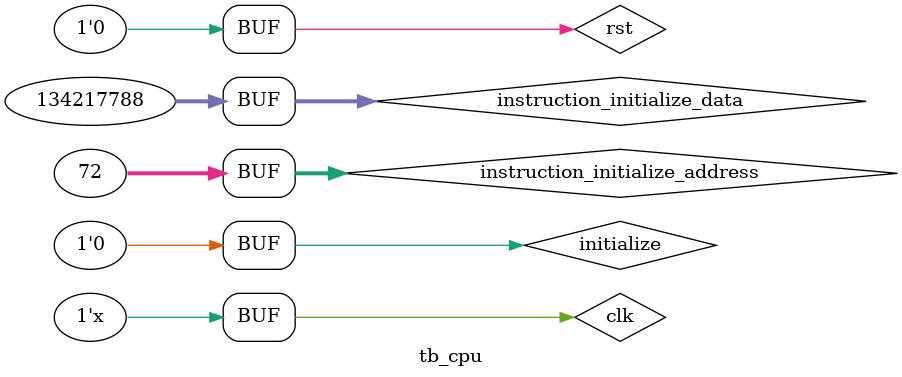
<source format=v>
`timescale 1ns / 1ns


module tb_cpu;

	// Inputs
	reg rst;
	reg clk;
	reg initialize;
	reg [31:0] instruction_initialize_data;
	reg [31:0] instruction_initialize_address;

	// Instantiate the Unit Under Test (UUT)
	cpu uut (
		.rst(rst), 
		.clk(clk), 
		.initialize(initialize), 
		.instruction_initialize_data(instruction_initialize_data), 
		.instruction_initialize_address(instruction_initialize_address)
	);

	initial begin
		// Initialize Inputs
		rst = 1;
		clk = 0;
		initialize = 1;
		instruction_initialize_data = 0;
		instruction_initialize_address = 0;

		#100
     
      
  
		instruction_initialize_address = 0;
		instruction_initialize_data = 32'b000000_00000_00010_00001_00000_10_0000;      // ADD R1, R0, R2
		#20
		instruction_initialize_address = 4;
		instruction_initialize_data = 32'b000000_00100_00100_01000_00000_10_0010;      // SUB R8, R4, R4
		#20
		instruction_initialize_address = 8;
		instruction_initialize_data = 32'b000000_00101_00110_00111_00000_10_0101;      // OR R7, R5, R6
		#20
		instruction_initialize_address = 12;
		instruction_initialize_data = 32'b101011_00000_01001_00000_00000_00_1100;      // SW R9, 12(R0)
		#20
		instruction_initialize_address = 16;
		instruction_initialize_data = 32'b100011_00000_01100_00000_00000_00_1100;      // LW R12, 12(R0)
		#20	
        instruction_initialize_address = 20;
		instruction_initialize_data = 32'b000100_00000_00001_00000_00000_00_0001;      // BEQ R0, R1, 1
		#20
		instruction_initialize_address = 24;
		instruction_initialize_data = 32'b000000_00101_00110_00111_00000_10_0101;      // OR R8, R4, R7
		#20
		instruction_initialize_address = 28;
		instruction_initialize_data = 32'b001000_00011_00001_00000_00000_01_0100;      // ADDI R1, R3, 20
		#20
		instruction_initialize_address = 32;
		instruction_initialize_data = 32'b001001_00001_00010_00000_00000_00_1010;      // SUBI R2, R1, 10
		#20
		instruction_initialize_address = 36;
		instruction_initialize_data = 32'b001101_00101_00101_00000_00000_00_0000;      // ORI R5, R5, 0
		#20
		instruction_initialize_address = 40;
		instruction_initialize_data = 32'b001100_00110_00110_11111_11111_11_1111;      // ANDI R6, R6, 16'b1111111111111111
		#20
		instruction_initialize_address = 44;
		instruction_initialize_data = 32'b100000_00110_00101_00000_00000_00_0000;      // MOV R5, R6
		#20
		instruction_initialize_address = 48;
		instruction_initialize_data = 32'b000000_00001_00001_00110_00000_10_0111;      // NOT R6, R1, R1
		#20
		instruction_initialize_address = 52;
		instruction_initialize_data = 32'b000000_00011_00010_01000_00000_10_1010;      // SLT R8, R3, R2
		#20	
        instruction_initialize_address = 56;
		instruction_initialize_data = 32'b000101_10001_10001_11111_11111_11_1111;      // BNE R17, R17, -1
		#20	
        instruction_initialize_address = 60;
		instruction_initialize_data = 32'b001010_00100_01000_00000_00000_11_0010;      // SLTI R8, R4, 50
		#20	
        instruction_initialize_address = 64;
		instruction_initialize_data = 32'b001111_00000_00010_11111_00000_00_0000;      // LUI R2, 63488
		#20	
        instruction_initialize_address = 68;
		instruction_initialize_data = 32'b000000_00100_00000_00000_00000_00_1000;      // JR R4
		#20	
        instruction_initialize_address = 72;
		instruction_initialize_data = 32'b000010_00000_00000_00000_00000_11_1100;      // J 60


        #50

		
		initialize = 0;
		rst = 0;
		
	end
      
always
#5 clk = ~clk;
endmodule


</source>
